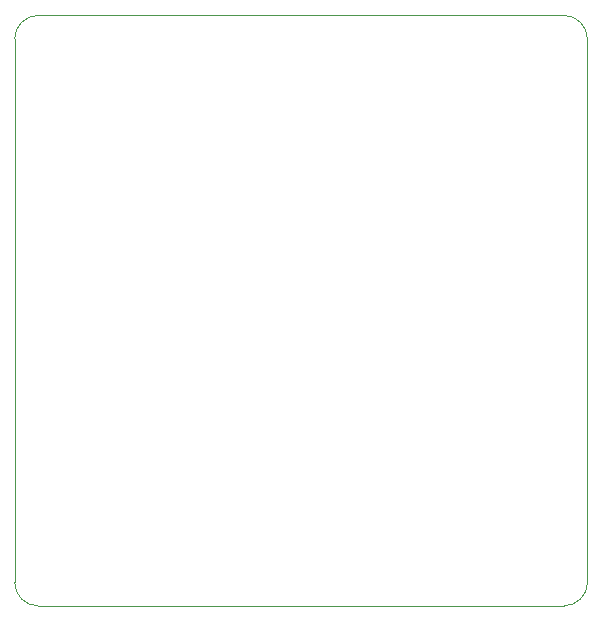
<source format=gm1>
G04 #@! TF.GenerationSoftware,KiCad,Pcbnew,6.0.9-8da3e8f707~116~ubuntu20.04.1*
G04 #@! TF.CreationDate,2022-11-26T18:10:52+02:00*
G04 #@! TF.ProjectId,USB-TypeC-Switch,5553422d-5479-4706-9543-2d5377697463,rev?*
G04 #@! TF.SameCoordinates,Original*
G04 #@! TF.FileFunction,Profile,NP*
%FSLAX46Y46*%
G04 Gerber Fmt 4.6, Leading zero omitted, Abs format (unit mm)*
G04 Created by KiCad (PCBNEW 6.0.9-8da3e8f707~116~ubuntu20.04.1) date 2022-11-26 18:10:52*
%MOMM*%
%LPD*%
G01*
G04 APERTURE LIST*
G04 #@! TA.AperFunction,Profile*
%ADD10C,0.050000*%
G04 #@! TD*
G04 APERTURE END LIST*
D10*
X79250000Y-88000000D02*
G75*
G03*
X77250000Y-86000000I-2000000J0D01*
G01*
X77250000Y-136000000D02*
G75*
G03*
X79250000Y-134000000I0J2000000D01*
G01*
X32750000Y-136000000D02*
X77250000Y-136000000D01*
X79250000Y-134000000D02*
X79250000Y-88000000D01*
X30750000Y-88000000D02*
X30750000Y-134000000D01*
X30750000Y-134000000D02*
G75*
G03*
X32750000Y-136000000I2000000J0D01*
G01*
X77250000Y-86000000D02*
X32750000Y-86000000D01*
X32750000Y-86000000D02*
G75*
G03*
X30750000Y-88000000I0J-2000000D01*
G01*
M02*

</source>
